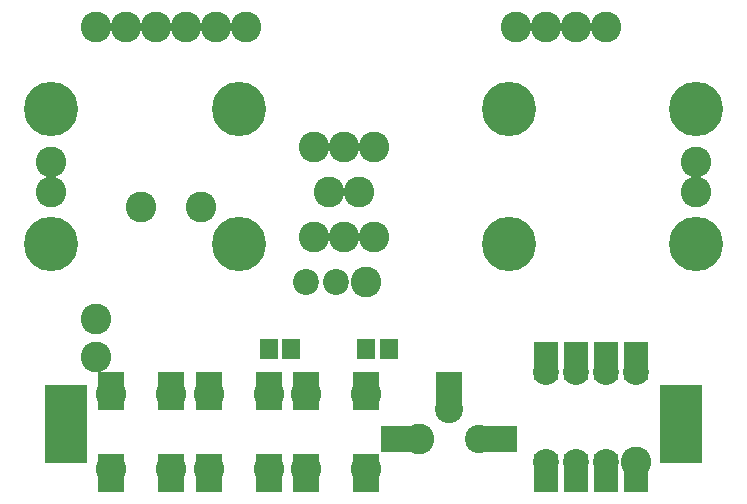
<source format=gbr>
%FSLAX34Y34*%
%MOMM*%
%LNSOLDERMASK_TOP*%
G71*
G01*
%ADD10C, 4.60*%
%ADD11C, 2.60*%
%ADD12C, 2.40*%
%ADD13C, 2.20*%
%ADD14R, 2.00X3.20*%
%ADD15C, 2.60*%
%ADD16R, 2.20X3.20*%
%ADD17R, 3.20X2.20*%
%ADD18R, 1.50X1.80*%
%LPD*%
X444500Y869950D02*
G54D10*
D03*
X603250Y869950D02*
G54D10*
D03*
X444500Y755650D02*
G54D10*
D03*
X603250Y755650D02*
G54D10*
D03*
X215900Y869950D02*
G54D10*
D03*
X57150Y869950D02*
G54D10*
D03*
X215900Y755650D02*
G54D10*
D03*
X57150Y755650D02*
G54D10*
D03*
G36*
X51850Y636250D02*
X87850Y636250D01*
X87850Y570250D01*
X51850Y570250D01*
X51850Y636250D01*
G37*
G36*
X572550Y636250D02*
X608550Y636250D01*
X608550Y570250D01*
X572550Y570250D01*
X572550Y636250D01*
G37*
X450850Y939800D02*
G54D11*
D03*
X476250Y939800D02*
G54D11*
D03*
X501650Y939800D02*
G54D11*
D03*
X527050Y939800D02*
G54D11*
D03*
X95250Y939800D02*
G54D11*
D03*
X120650Y939800D02*
G54D11*
D03*
X146050Y939800D02*
G54D11*
D03*
X171450Y939800D02*
G54D11*
D03*
X196850Y939800D02*
G54D11*
D03*
X222250Y939800D02*
G54D11*
D03*
X133350Y787400D02*
G54D11*
D03*
X184150Y787400D02*
G54D11*
D03*
X393700Y615950D02*
G54D12*
D03*
X368300Y590550D02*
G54D12*
D03*
X419100Y590550D02*
G54D12*
D03*
X273050Y628650D02*
G54D11*
D03*
X323850Y628650D02*
G54D11*
D03*
X273050Y565150D02*
G54D11*
D03*
X323850Y565150D02*
G54D11*
D03*
X323850Y723900D02*
G54D13*
D03*
X298450Y723900D02*
G54D13*
D03*
X273050Y723900D02*
G54D13*
D03*
X476250Y571500D02*
G54D13*
D03*
X501650Y571500D02*
G54D13*
D03*
X527050Y571500D02*
G54D13*
D03*
X552450Y571500D02*
G54D13*
D03*
X476250Y647700D02*
G54D13*
D03*
X501650Y647700D02*
G54D13*
D03*
X527050Y647700D02*
G54D13*
D03*
X552450Y647700D02*
G54D13*
D03*
X476250Y561975D02*
G54D14*
D03*
X501650Y561975D02*
G54D14*
D03*
X527050Y561975D02*
G54D14*
D03*
X552450Y561975D02*
G54D14*
D03*
X476250Y657225D02*
G54D14*
D03*
X501650Y657225D02*
G54D14*
D03*
X527050Y657225D02*
G54D14*
D03*
X552450Y657225D02*
G54D14*
D03*
X57150Y755650D02*
G54D10*
D03*
X215900Y755650D02*
G54D10*
D03*
X444500Y755650D02*
G54D10*
D03*
X603250Y755650D02*
G54D10*
D03*
X552455Y571500D02*
G54D11*
D03*
X450850Y939800D02*
G54D11*
D03*
X196850Y939800D02*
G54D11*
D03*
X368300Y590550D02*
G54D11*
D03*
X323850Y723900D02*
G54D15*
D03*
X273050Y628650D02*
G54D11*
D03*
X273050Y565150D02*
G54D11*
D03*
X273050Y631825D02*
G54D16*
D03*
X273050Y561975D02*
G54D16*
D03*
X323850Y561975D02*
G54D16*
D03*
X323850Y631825D02*
G54D16*
D03*
X393750Y631875D02*
G54D16*
D03*
X352475Y590600D02*
G54D17*
D03*
X435025Y590600D02*
G54D17*
D03*
X190500Y628650D02*
G54D11*
D03*
X241300Y628650D02*
G54D11*
D03*
X190500Y565150D02*
G54D11*
D03*
X241300Y565150D02*
G54D11*
D03*
X190500Y628650D02*
G54D11*
D03*
X190500Y565150D02*
G54D11*
D03*
X190500Y631825D02*
G54D16*
D03*
X190500Y561975D02*
G54D16*
D03*
X241300Y561975D02*
G54D16*
D03*
X241300Y631825D02*
G54D16*
D03*
X107950Y628650D02*
G54D11*
D03*
X158750Y628650D02*
G54D11*
D03*
X107950Y565150D02*
G54D11*
D03*
X158750Y565150D02*
G54D11*
D03*
X107950Y628650D02*
G54D11*
D03*
X107950Y565150D02*
G54D11*
D03*
X107950Y631825D02*
G54D16*
D03*
X107950Y561975D02*
G54D16*
D03*
X158750Y561975D02*
G54D16*
D03*
X158750Y631825D02*
G54D16*
D03*
X330200Y838200D02*
G54D11*
D03*
X304800Y838200D02*
G54D11*
D03*
X279400Y838200D02*
G54D11*
D03*
X330200Y762000D02*
G54D11*
D03*
X304800Y762000D02*
G54D11*
D03*
X279400Y762000D02*
G54D11*
D03*
X304800Y838200D02*
G54D11*
D03*
X95250Y692150D02*
G54D11*
D03*
X95250Y660400D02*
G54D11*
D03*
X57150Y825500D02*
G54D11*
D03*
X57150Y800095D02*
G54D11*
D03*
X603250Y825500D02*
G54D11*
D03*
X603250Y800095D02*
G54D11*
D03*
X292100Y800100D02*
G54D11*
D03*
X317500Y800100D02*
G54D11*
D03*
X260350Y666750D02*
G54D18*
D03*
X241350Y666750D02*
G54D18*
D03*
X342900Y666750D02*
G54D18*
D03*
X323900Y666750D02*
G54D18*
D03*
M02*

</source>
